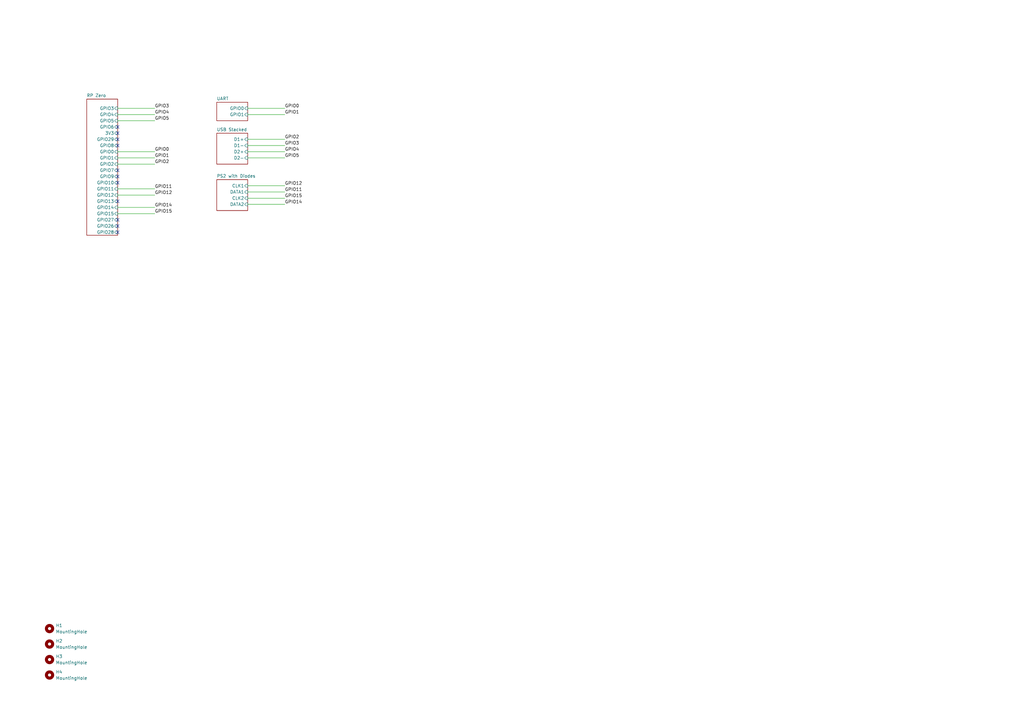
<source format=kicad_sch>
(kicad_sch (version 20250114) (generator "eeschema") (generator_version "9.0")
  (paper "A3")
  (title_block (title "USB to PS/2 Adapter") (date "2025-03-09") (rev "1.03") (company "Mikhail Matveev") (comment 1 "https://github.com/xtremespb/frank"))
  (lib_symbols
    (symbol "Mechanical:MountingHole" (pin_names (offset 1.016)) (exclude_from_sim yes) (in_bom no)
      (property "Reference" "H" (at 0 5.08 0))
      (property "Value" "MountingHole" (at 0 3.175 0))
      (symbol "MountingHole_0_1"
        (circle (center 0 0) (radius 1.27) (stroke (width 1.27)))
      )
    )
  )
  (no_connect (at 48.26 82.55))
  (no_connect (at 48.26 59.69))
  (no_connect (at 48.26 95.25))
  (no_connect (at 48.26 54.61))
  (no_connect (at 48.26 57.15))
  (no_connect (at 48.26 92.71))
  (no_connect (at 48.26 72.39))
  (no_connect (at 48.26 90.17))
  (no_connect (at 48.26 69.85))
  (no_connect (at 48.26 52.07))
  (no_connect (at 48.26 74.93))
  (wire (pts (xy 101.6 78.74) (xy 116.84 78.74)))
  (wire (pts (xy 101.6 59.69) (xy 116.84 59.69)))
  (wire (pts (xy 101.6 62.23) (xy 116.84 62.23)))
  (wire (pts (xy 101.6 81.28) (xy 116.84 81.28)))
  (wire (pts (xy 48.26 44.45) (xy 63.5 44.45)))
  (wire (pts (xy 48.26 87.63) (xy 63.5 87.63)))
  (wire (pts (xy 48.26 80.01) (xy 63.5 80.01)))
  (wire (pts (xy 48.26 67.31) (xy 63.5 67.31)))
  (wire (pts (xy 101.6 76.2) (xy 116.84 76.2)))
  (wire (pts (xy 101.6 83.82) (xy 116.84 83.82)))
  (wire (pts (xy 48.26 49.53) (xy 63.5 49.53)))
  (wire (pts (xy 48.26 64.77) (xy 63.5 64.77)))
  (wire (pts (xy 101.6 46.99) (xy 116.84 46.99)))
  (wire (pts (xy 48.26 85.09) (xy 63.5 85.09)))
  (wire (pts (xy 48.26 62.23) (xy 63.5 62.23)))
  (wire (pts (xy 48.26 77.47) (xy 63.5 77.47)))
  (wire (pts (xy 101.6 57.15) (xy 116.84 57.15)))
  (wire (pts (xy 101.6 44.45) (xy 116.84 44.45)))
  (wire (pts (xy 101.6 64.77) (xy 116.84 64.77)))
  (wire (pts (xy 48.26 46.99) (xy 63.5 46.99)))
  (label "GPIO15" (at 116.84 81.28 0))
  (label "GPIO3" (at 116.84 59.69 0))
  (label "GPIO1" (at 63.5 64.77 0))
  (label "GPIO12" (at 116.84 76.2 0))
  (label "GPIO11" (at 63.5 77.47 0))
  (label "GPIO2" (at 63.5 67.31 0))
  (label "GPIO14" (at 63.5 85.09 0))
  (label "GPIO14" (at 116.84 83.82 0))
  (label "GPIO3" (at 63.5 44.45 0))
  (label "GPIO0" (at 63.5 62.23 0))
  (label "GPIO4" (at 116.84 62.23 0))
  (label "GPIO15" (at 63.5 87.63 0))
  (label "GPIO1" (at 116.84 46.99 0))
  (label "GPIO5" (at 63.5 49.53 0))
  (label "GPIO4" (at 63.5 46.99 0))
  (label "GPIO11" (at 116.84 78.74 0))
  (label "GPIO12" (at 63.5 80.01 0))
  (label "GPIO0" (at 116.84 44.45 0))
  (label "GPIO2" (at 116.84 57.15 0))
  (label "GPIO5" (at 116.84 64.77 0))
  (symbol (lib_id "Mechanical:MountingHole") (at 20.32 264.16 0) (unit 1) (exclude_from_sim yes) (in_bom no)
    (property "Reference" "H2" (at 22.86 262.8899 0) (effects (justify left)))
    (property "Value" "MountingHole" (at 22.86 265.4299 0) (effects (justify left)))
    (property "Footprint" "FRANK:Mounting Hole (2.7mm)" (effects (hide yes)))
    (property "Description" "Mounting Hole without connection" (effects (hide yes)))
  )
  (symbol (lib_id "Mechanical:MountingHole") (at 20.32 257.81 0) (unit 1) (exclude_from_sim yes) (in_bom no)
    (property "Reference" "H1" (at 22.86 256.5399 0) (effects (justify left)))
    (property "Value" "MountingHole" (at 22.86 259.0799 0) (effects (justify left)))
    (property "Footprint" "FRANK:Mounting Hole (2.7mm)" (effects (hide yes)))
    (property "Description" "Mounting Hole without connection" (effects (hide yes)))
  )
  (symbol (lib_id "Mechanical:MountingHole") (at 20.32 276.86 0) (unit 1) (exclude_from_sim yes) (in_bom no)
    (property "Reference" "H4" (at 22.86 275.5899 0) (effects (justify left)))
    (property "Value" "MountingHole" (at 22.86 278.1299 0) (effects (justify left)))
    (property "Footprint" "FRANK:Mounting Hole (2.7mm)" (effects (hide yes)))
    (property "Description" "Mounting Hole without connection" (effects (hide yes)))
  )
  (symbol (lib_id "Mechanical:MountingHole") (at 20.32 270.51 0) (unit 1) (exclude_from_sim yes) (in_bom no)
    (property "Reference" "H3" (at 22.86 269.2399 0) (effects (justify left)))
    (property "Value" "MountingHole" (at 22.86 271.7799 0) (effects (justify left)))
    (property "Footprint" "FRANK:Mounting Hole (2.7mm)" (effects (hide yes)))
    (property "Description" "Mounting Hole without connection" (effects (hide yes)))
  )
  (sheet (at 88.9 54.61) (size 12.7 12.7) (stroke (width 0.1524))
    (property "Sheetname" "USB Stacked" (at 88.9 53.8984 0) (effects (justify left bottom)))
    (property "Sheetfile" "usbstack.kicad_sch" (effects (hide yes)))
    (pin "D1+" input (at 101.6 57.15 0))
    (pin "D1-" input (at 101.6 59.69 0))
    (pin "D2+" input (at 101.6 62.23 0))
    (pin "D2-" input (at 101.6 64.77 0))
  )
  (sheet (at 88.9 73.66) (size 12.7 12.7) (stroke (width 0.1524))
    (property "Sheetname" "PS2 with Diodes" (at 88.9 72.9484 0) (effects (justify left bottom)))
    (property "Sheetfile" "ps2d.kicad_sch" (effects (hide yes)))
    (pin "CLK1" input (at 101.6 76.2 0))
    (pin "DATA1" input (at 101.6 78.74 0))
    (pin "DATA2" input (at 101.6 83.82 0))
    (pin "CLK2" input (at 101.6 81.28 0))
  )
  (sheet (at 88.9 41.91) (size 12.7 7.62) (stroke (width 0.1524))
    (property "Sheetname" "UART" (at 88.9 41.1984 0) (effects (justify left bottom)))
    (property "Sheetfile" "uart.kicad_sch" (effects (hide yes)))
    (pin "GPIO0" input (at 101.6 44.45 0))
    (pin "GPIO1" input (at 101.6 46.99 0))
  )
  (sheet (at 35.56 40.64) (size 12.7 55.88) (stroke (width 0.1524))
    (property "Sheetname" "RP Zero" (at 35.56 39.9284 0) (effects (justify left bottom)))
    (property "Sheetfile" "zero.kicad_sch" (effects (hide yes)))
    (pin "GPIO3" input (at 48.26 44.45 0))
    (pin "GPIO4" input (at 48.26 46.99 0))
    (pin "GPIO5" input (at 48.26 49.53 0))
    (pin "GPIO6" input (at 48.26 52.07 0))
    (pin "3V3" input (at 48.26 54.61 0))
    (pin "GPIO29" input (at 48.26 57.15 0))
    (pin "GPIO8" input (at 48.26 59.69 0))
    (pin "GPIO0" input (at 48.26 62.23 0))
    (pin "GPIO1" input (at 48.26 64.77 0))
    (pin "GPIO2" input (at 48.26 67.31 0))
    (pin "GPIO7" input (at 48.26 69.85 0))
    (pin "GPIO9" input (at 48.26 72.39 0))
    (pin "GPIO10" input (at 48.26 74.93 0))
    (pin "GPIO11" input (at 48.26 77.47 0))
    (pin "GPIO12" input (at 48.26 80.01 0))
    (pin "GPIO13" input (at 48.26 82.55 0))
    (pin "GPIO14" input (at 48.26 85.09 0))
    (pin "GPIO15" input (at 48.26 87.63 0))
    (pin "GPIO26" input (at 48.26 92.71 0))
    (pin "GPIO27" input (at 48.26 90.17 0))
    (pin "GPIO28" input (at 48.26 95.25 0))
  )
)
</source>
